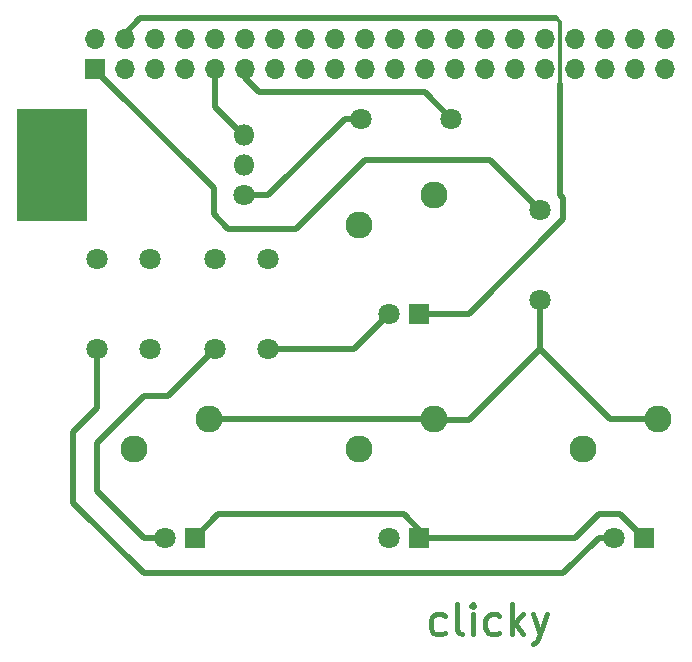
<source format=gtl>
G04 #@! TF.FileFunction,Copper,L1,Top,Signal*
%FSLAX46Y46*%
G04 Gerber Fmt 4.6, Leading zero omitted, Abs format (unit mm)*
G04 Created by KiCad (PCBNEW 4.0.6) date 08/05/17 14:09:34*
%MOMM*%
%LPD*%
G01*
G04 APERTURE LIST*
%ADD10C,0.100000*%
%ADD11C,0.400000*%
%ADD12R,1.700000X1.700000*%
%ADD13O,1.700000X1.700000*%
%ADD14R,6.000000X9.500000*%
%ADD15C,1.800000*%
%ADD16O,1.800000X1.800000*%
%ADD17R,1.800000X1.800000*%
%ADD18C,2.286000*%
%ADD19C,0.500000*%
%ADD20C,0.375000*%
G04 APERTURE END LIST*
D10*
D11*
X81952381Y-126011905D02*
X81714285Y-126130952D01*
X81238095Y-126130952D01*
X81000000Y-126011905D01*
X80880952Y-125892857D01*
X80761904Y-125654762D01*
X80761904Y-124940476D01*
X80880952Y-124702381D01*
X81000000Y-124583333D01*
X81238095Y-124464286D01*
X81714285Y-124464286D01*
X81952381Y-124583333D01*
X83380952Y-126130952D02*
X83142857Y-126011905D01*
X83023809Y-125773810D01*
X83023809Y-123630952D01*
X84333333Y-126130952D02*
X84333333Y-124464286D01*
X84333333Y-123630952D02*
X84214285Y-123750000D01*
X84333333Y-123869048D01*
X84452381Y-123750000D01*
X84333333Y-123630952D01*
X84333333Y-123869048D01*
X86595238Y-126011905D02*
X86357142Y-126130952D01*
X85880952Y-126130952D01*
X85642857Y-126011905D01*
X85523809Y-125892857D01*
X85404761Y-125654762D01*
X85404761Y-124940476D01*
X85523809Y-124702381D01*
X85642857Y-124583333D01*
X85880952Y-124464286D01*
X86357142Y-124464286D01*
X86595238Y-124583333D01*
X87666666Y-126130952D02*
X87666666Y-123630952D01*
X87904761Y-125178571D02*
X88619047Y-126130952D01*
X88619047Y-124464286D02*
X87666666Y-125416667D01*
X89452381Y-124464286D02*
X90047619Y-126130952D01*
X90642857Y-124464286D02*
X90047619Y-126130952D01*
X89809524Y-126726190D01*
X89690476Y-126845238D01*
X89452381Y-126964286D01*
D12*
X52370000Y-78270000D03*
D13*
X52370000Y-75730000D03*
X54910000Y-78270000D03*
X54910000Y-75730000D03*
X57450000Y-78270000D03*
X57450000Y-75730000D03*
X59990000Y-78270000D03*
X59990000Y-75730000D03*
X62530000Y-78270000D03*
X62530000Y-75730000D03*
X65070000Y-78270000D03*
X65070000Y-75730000D03*
X67610000Y-78270000D03*
X67610000Y-75730000D03*
X70150000Y-78270000D03*
X70150000Y-75730000D03*
X72690000Y-78270000D03*
X72690000Y-75730000D03*
X75230000Y-78270000D03*
X75230000Y-75730000D03*
X77770000Y-78270000D03*
X77770000Y-75730000D03*
X80310000Y-78270000D03*
X80310000Y-75730000D03*
X82850000Y-78270000D03*
X82850000Y-75730000D03*
X85390000Y-78270000D03*
X85390000Y-75730000D03*
X87930000Y-78270000D03*
X87930000Y-75730000D03*
X90470000Y-78270000D03*
X90470000Y-75730000D03*
X93010000Y-78270000D03*
X93010000Y-75730000D03*
X95550000Y-78270000D03*
X95550000Y-75730000D03*
X98090000Y-78270000D03*
X98090000Y-75730000D03*
X100630000Y-78270000D03*
X100630000Y-75730000D03*
D14*
X48700000Y-86400000D03*
D15*
X65000000Y-89000000D03*
D16*
X65000000Y-86460000D03*
X65000000Y-83920000D03*
D15*
X77250000Y-99000000D03*
D17*
X79790000Y-99000000D03*
D15*
X58250000Y-118000000D03*
D17*
X60790000Y-118000000D03*
D15*
X77250000Y-118000000D03*
D17*
X79790000Y-118000000D03*
D15*
X96250000Y-118000000D03*
D17*
X98790000Y-118000000D03*
D18*
X81040000Y-88920000D03*
X74690000Y-91460000D03*
X62040000Y-107920000D03*
X55690000Y-110460000D03*
X81040000Y-107920000D03*
X74690000Y-110460000D03*
X100040000Y-107920000D03*
X93690000Y-110460000D03*
D15*
X90000000Y-90250000D03*
X90000000Y-97870000D03*
X82500000Y-82500000D03*
X74880000Y-82500000D03*
X62500000Y-102000000D03*
X62500000Y-94380000D03*
X67000000Y-102000000D03*
X67000000Y-94380000D03*
X52500000Y-102000000D03*
X52500000Y-94380000D03*
X57000000Y-102000000D03*
X57000000Y-94380000D03*
D19*
X77250000Y-99000000D02*
X74250000Y-102000000D01*
X74250000Y-102000000D02*
X67000000Y-102000000D01*
X79790000Y-118000000D02*
X93000000Y-118000000D01*
X96790000Y-116000000D02*
X98790000Y-118000000D01*
X95000000Y-116000000D02*
X96790000Y-116000000D01*
X93000000Y-118000000D02*
X95000000Y-116000000D01*
X79790000Y-118000000D02*
X79790000Y-117290000D01*
X79790000Y-117290000D02*
X78500000Y-116000000D01*
X62790000Y-116000000D02*
X60790000Y-118000000D01*
X78500000Y-116000000D02*
X62790000Y-116000000D01*
X91740000Y-79590000D02*
X91740000Y-88990000D01*
D20*
X91740000Y-74340000D02*
X91740000Y-79590000D01*
D19*
X56200000Y-74000000D02*
X91400000Y-74000000D01*
X54910000Y-75290000D02*
X56200000Y-74000000D01*
D20*
X91400000Y-74000000D02*
X91740000Y-74340000D01*
D19*
X84000000Y-99000000D02*
X79790000Y-99000000D01*
X92000000Y-91000000D02*
X84000000Y-99000000D01*
X92000000Y-89250000D02*
X92000000Y-91000000D01*
X91740000Y-88990000D02*
X92000000Y-89250000D01*
X54910000Y-75730000D02*
X54910000Y-75290000D01*
X58250000Y-118000000D02*
X56500000Y-118000000D01*
X58500000Y-106000000D02*
X62500000Y-102000000D01*
X56500000Y-106000000D02*
X58500000Y-106000000D01*
X52500000Y-110000000D02*
X56500000Y-106000000D01*
X52500000Y-114000000D02*
X52500000Y-110000000D01*
X56500000Y-118000000D02*
X52500000Y-114000000D01*
X96250000Y-118000000D02*
X95000000Y-118000000D01*
X52500000Y-107000000D02*
X52500000Y-102000000D01*
X50500000Y-109000000D02*
X52500000Y-107000000D01*
X50500000Y-115000000D02*
X50500000Y-109000000D01*
X56500000Y-121000000D02*
X50500000Y-115000000D01*
X92000000Y-121000000D02*
X56500000Y-121000000D01*
X95000000Y-118000000D02*
X92000000Y-121000000D01*
D20*
X96250000Y-118000000D02*
X96000000Y-118000000D01*
D19*
X52370000Y-78270000D02*
X52370000Y-78370000D01*
X52370000Y-78370000D02*
X62400000Y-88400000D01*
X62400000Y-88400000D02*
X62400000Y-90600000D01*
X62400000Y-90600000D02*
X63600000Y-91800000D01*
X63600000Y-91800000D02*
X69400000Y-91800000D01*
X69400000Y-91800000D02*
X75200000Y-86000000D01*
X75200000Y-86000000D02*
X85750000Y-86000000D01*
X85750000Y-86000000D02*
X90000000Y-90250000D01*
X65070000Y-78270000D02*
X65070000Y-79070000D01*
X65070000Y-79070000D02*
X66250000Y-80250000D01*
X66250000Y-80250000D02*
X80250000Y-80250000D01*
X80250000Y-80250000D02*
X82500000Y-82500000D01*
X65000000Y-83920000D02*
X64920000Y-83920000D01*
X64920000Y-83920000D02*
X62530000Y-81530000D01*
X62530000Y-81530000D02*
X62530000Y-78270000D01*
X81040000Y-107920000D02*
X62040000Y-107920000D01*
X90000000Y-102000000D02*
X84000000Y-108000000D01*
X84000000Y-108000000D02*
X81120000Y-108000000D01*
X81120000Y-108000000D02*
X81040000Y-107920000D01*
X90000000Y-97870000D02*
X90000000Y-102000000D01*
X95920000Y-107920000D02*
X100040000Y-107920000D01*
X90000000Y-102000000D02*
X95920000Y-107920000D01*
X74880000Y-82500000D02*
X73500000Y-82500000D01*
X67000000Y-89000000D02*
X65000000Y-89000000D01*
X73500000Y-82500000D02*
X67000000Y-89000000D01*
X74880000Y-82500000D02*
X74880000Y-82620000D01*
M02*

</source>
